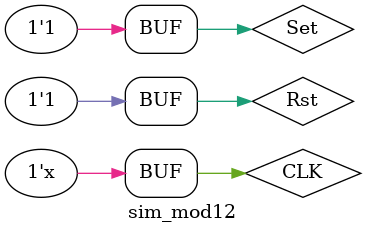
<source format=v>
`timescale 1ns / 1ps


module sim_mod12();
    reg CLK,Set,Rst;
    wire[3:0] out;
    wire Z;
    mod_12_counter Mod12(.CLK(CLK),.Set(Set),.Rst(Rst),.Z(Z),.out(out));
    initial
    begin
        CLK=0;
        Set=1;
        Rst=0;
    end
    always
    begin
        #5 CLK=~CLK;
    end
    always
    begin
        #2 {Set,Rst}=2'b11;
        #150 {Set,Rst}=2'b10;
        #35 {Set,Rst}=2'b01;
        #35 {Set,Rst}=2'b11;
    end
endmodule

</source>
